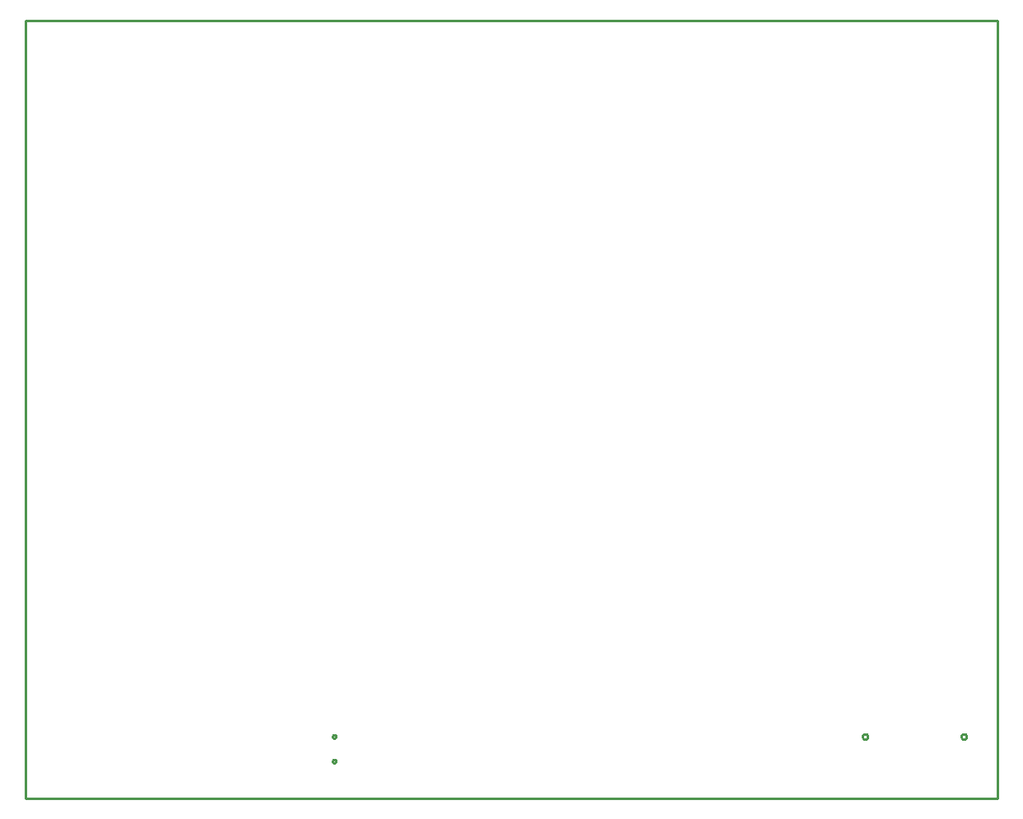
<source format=gbr>
G04 EAGLE Gerber X2 export*
%TF.Part,Single*%
%TF.FileFunction,Profile,NP*%
%TF.FilePolarity,Positive*%
%TF.GenerationSoftware,Autodesk,EAGLE,8.6.0*%
%TF.CreationDate,2018-02-08T23:22:40Z*%
G75*
%MOMM*%
%FSLAX34Y34*%
%LPD*%
%AMOC8*
5,1,8,0,0,1.08239X$1,22.5*%
G01*
%ADD10C,0.254000*%


D10*
X0Y0D02*
X1000000Y0D01*
X1000000Y800000D01*
X0Y800000D01*
X0Y0D01*
X319250Y37928D02*
X319183Y37590D01*
X319051Y37271D01*
X318859Y36984D01*
X318616Y36741D01*
X318329Y36549D01*
X318010Y36417D01*
X317672Y36350D01*
X317328Y36350D01*
X316990Y36417D01*
X316671Y36549D01*
X316384Y36741D01*
X316141Y36984D01*
X315949Y37271D01*
X315817Y37590D01*
X315750Y37928D01*
X315750Y38272D01*
X315817Y38610D01*
X315949Y38929D01*
X316141Y39216D01*
X316384Y39459D01*
X316671Y39651D01*
X316990Y39783D01*
X317328Y39850D01*
X317672Y39850D01*
X318010Y39783D01*
X318329Y39651D01*
X318616Y39459D01*
X318859Y39216D01*
X319051Y38929D01*
X319183Y38610D01*
X319250Y38272D01*
X319250Y37928D01*
X319250Y63328D02*
X319183Y62990D01*
X319051Y62671D01*
X318859Y62384D01*
X318616Y62141D01*
X318329Y61949D01*
X318010Y61817D01*
X317672Y61750D01*
X317328Y61750D01*
X316990Y61817D01*
X316671Y61949D01*
X316384Y62141D01*
X316141Y62384D01*
X315949Y62671D01*
X315817Y62990D01*
X315750Y63328D01*
X315750Y63672D01*
X315817Y64010D01*
X315949Y64329D01*
X316141Y64616D01*
X316384Y64859D01*
X316671Y65051D01*
X316990Y65183D01*
X317328Y65250D01*
X317672Y65250D01*
X318010Y65183D01*
X318329Y65051D01*
X318616Y64859D01*
X318859Y64616D01*
X319051Y64329D01*
X319183Y64010D01*
X319250Y63672D01*
X319250Y63328D01*
X866350Y63284D02*
X866282Y62856D01*
X866149Y62444D01*
X865952Y62059D01*
X865698Y61709D01*
X865392Y61402D01*
X865041Y61148D01*
X864656Y60951D01*
X864244Y60818D01*
X863816Y60750D01*
X863384Y60750D01*
X862956Y60818D01*
X862544Y60951D01*
X862159Y61148D01*
X861809Y61402D01*
X861502Y61709D01*
X861248Y62059D01*
X861051Y62444D01*
X860918Y62856D01*
X860850Y63284D01*
X860850Y63716D01*
X860918Y64144D01*
X861051Y64556D01*
X861248Y64941D01*
X861502Y65292D01*
X861809Y65598D01*
X862159Y65852D01*
X862544Y66049D01*
X862956Y66182D01*
X863384Y66250D01*
X863816Y66250D01*
X864244Y66182D01*
X864656Y66049D01*
X865041Y65852D01*
X865392Y65598D01*
X865698Y65292D01*
X865952Y64941D01*
X866149Y64556D01*
X866282Y64144D01*
X866350Y63716D01*
X866350Y63284D01*
X967950Y63284D02*
X967882Y62856D01*
X967749Y62444D01*
X967552Y62059D01*
X967298Y61709D01*
X966992Y61402D01*
X966641Y61148D01*
X966256Y60951D01*
X965844Y60818D01*
X965416Y60750D01*
X964984Y60750D01*
X964556Y60818D01*
X964144Y60951D01*
X963759Y61148D01*
X963409Y61402D01*
X963102Y61709D01*
X962848Y62059D01*
X962651Y62444D01*
X962518Y62856D01*
X962450Y63284D01*
X962450Y63716D01*
X962518Y64144D01*
X962651Y64556D01*
X962848Y64941D01*
X963102Y65292D01*
X963409Y65598D01*
X963759Y65852D01*
X964144Y66049D01*
X964556Y66182D01*
X964984Y66250D01*
X965416Y66250D01*
X965844Y66182D01*
X966256Y66049D01*
X966641Y65852D01*
X966992Y65598D01*
X967298Y65292D01*
X967552Y64941D01*
X967749Y64556D01*
X967882Y64144D01*
X967950Y63716D01*
X967950Y63284D01*
X319250Y37928D02*
X319183Y37590D01*
X319051Y37271D01*
X318859Y36984D01*
X318616Y36741D01*
X318329Y36549D01*
X318010Y36417D01*
X317672Y36350D01*
X317328Y36350D01*
X316990Y36417D01*
X316671Y36549D01*
X316384Y36741D01*
X316141Y36984D01*
X315949Y37271D01*
X315817Y37590D01*
X315750Y37928D01*
X315750Y38272D01*
X315817Y38610D01*
X315949Y38929D01*
X316141Y39216D01*
X316384Y39459D01*
X316671Y39651D01*
X316990Y39783D01*
X317328Y39850D01*
X317672Y39850D01*
X318010Y39783D01*
X318329Y39651D01*
X318616Y39459D01*
X318859Y39216D01*
X319051Y38929D01*
X319183Y38610D01*
X319250Y38272D01*
X319250Y37928D01*
X319250Y63328D02*
X319183Y62990D01*
X319051Y62671D01*
X318859Y62384D01*
X318616Y62141D01*
X318329Y61949D01*
X318010Y61817D01*
X317672Y61750D01*
X317328Y61750D01*
X316990Y61817D01*
X316671Y61949D01*
X316384Y62141D01*
X316141Y62384D01*
X315949Y62671D01*
X315817Y62990D01*
X315750Y63328D01*
X315750Y63672D01*
X315817Y64010D01*
X315949Y64329D01*
X316141Y64616D01*
X316384Y64859D01*
X316671Y65051D01*
X316990Y65183D01*
X317328Y65250D01*
X317672Y65250D01*
X318010Y65183D01*
X318329Y65051D01*
X318616Y64859D01*
X318859Y64616D01*
X319051Y64329D01*
X319183Y64010D01*
X319250Y63672D01*
X319250Y63328D01*
X866350Y63284D02*
X866282Y62856D01*
X866149Y62444D01*
X865952Y62059D01*
X865698Y61709D01*
X865392Y61402D01*
X865041Y61148D01*
X864656Y60951D01*
X864244Y60818D01*
X863816Y60750D01*
X863384Y60750D01*
X862956Y60818D01*
X862544Y60951D01*
X862159Y61148D01*
X861809Y61402D01*
X861502Y61709D01*
X861248Y62059D01*
X861051Y62444D01*
X860918Y62856D01*
X860850Y63284D01*
X860850Y63716D01*
X860918Y64144D01*
X861051Y64556D01*
X861248Y64941D01*
X861502Y65292D01*
X861809Y65598D01*
X862159Y65852D01*
X862544Y66049D01*
X862956Y66182D01*
X863384Y66250D01*
X863816Y66250D01*
X864244Y66182D01*
X864656Y66049D01*
X865041Y65852D01*
X865392Y65598D01*
X865698Y65292D01*
X865952Y64941D01*
X866149Y64556D01*
X866282Y64144D01*
X866350Y63716D01*
X866350Y63284D01*
X967950Y63284D02*
X967882Y62856D01*
X967749Y62444D01*
X967552Y62059D01*
X967298Y61709D01*
X966992Y61402D01*
X966641Y61148D01*
X966256Y60951D01*
X965844Y60818D01*
X965416Y60750D01*
X964984Y60750D01*
X964556Y60818D01*
X964144Y60951D01*
X963759Y61148D01*
X963409Y61402D01*
X963102Y61709D01*
X962848Y62059D01*
X962651Y62444D01*
X962518Y62856D01*
X962450Y63284D01*
X962450Y63716D01*
X962518Y64144D01*
X962651Y64556D01*
X962848Y64941D01*
X963102Y65292D01*
X963409Y65598D01*
X963759Y65852D01*
X964144Y66049D01*
X964556Y66182D01*
X964984Y66250D01*
X965416Y66250D01*
X965844Y66182D01*
X966256Y66049D01*
X966641Y65852D01*
X966992Y65598D01*
X967298Y65292D01*
X967552Y64941D01*
X967749Y64556D01*
X967882Y64144D01*
X967950Y63716D01*
X967950Y63284D01*
M02*

</source>
